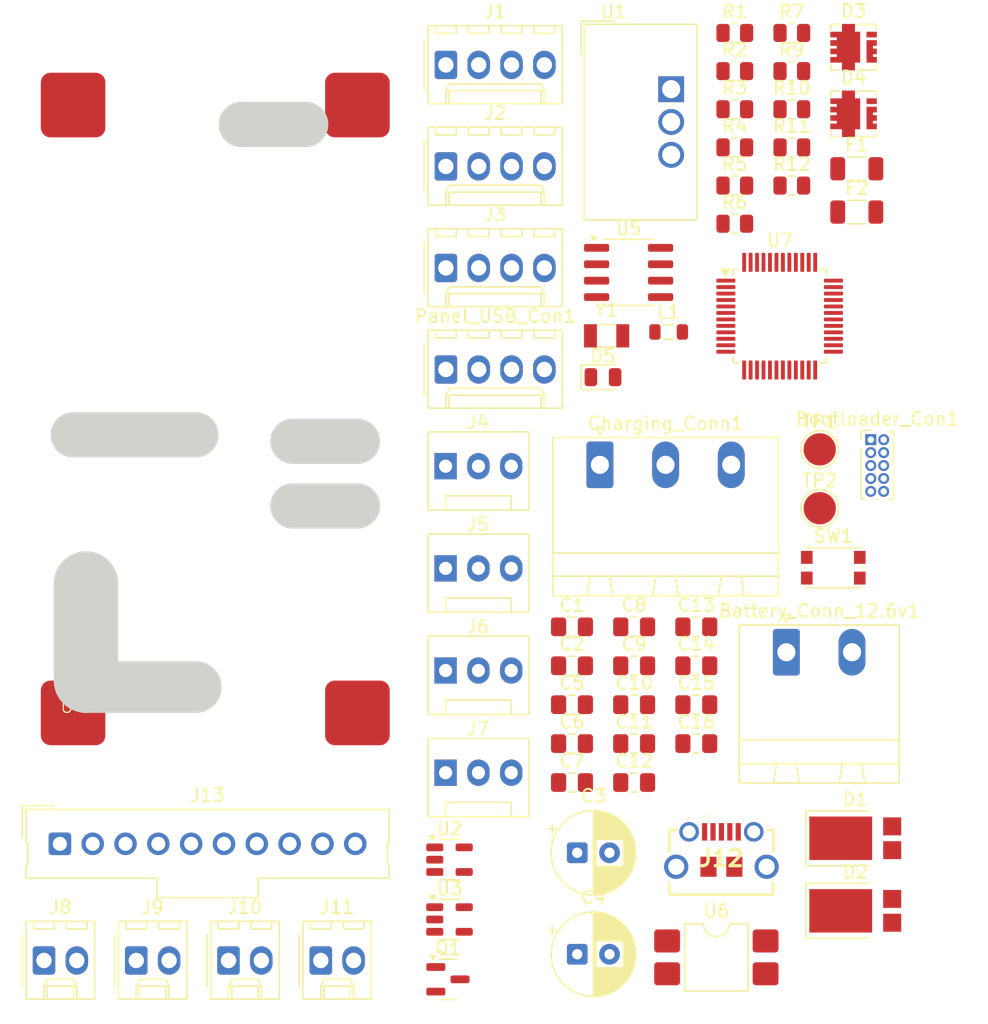
<source format=kicad_pcb>
(kicad_pcb (version 20241229) (generator "pcbnew") (generator_version "9.0")
  (layers (0 "F.Cu" signal) (2 "B.Cu" signal) (13 "F.Paste" user) (15 "B.Paste" user) (5 "F.SilkS" user "F.Silkscreen") (7 "B.SilkS" user "B.Silkscreen") (1 "F.Mask" user) (3 "B.Mask" user) (25 "Edge.Cuts" user))
  (net 0 "")
  (net 1 "OSC2")
  (net 2 "OSC1")
  (net 3 "SWDIO")
  (net 4 "SWCLK")
  (net 5 "Reset")
  (net 6 "SDA")
  (net 7 "SCL")
  (net 8 "A0")
  (net 9 "A1")
  (net 10 "3.3V_D")
  (net 41 "+BATT Charge")
  (net 42 "Net-(Battery_Conn_12.6v1-Pin_1)")
  (net 43 "Net-(Charging_Conn1-Pin_2)")
  (net 45 "+24V")
  (net 46 "GND")
  (net 47 "+5V")
  (net 48 "Net-(R6-Pad2)")
  (net 50 "13V")
  (net 51 "3.3V_M")
  (net 52 "Net-(U7-VDDANA)")
  (net 53 "Net-(U7-VDDCORE)")
  (net 54 "Net-(U5-FILTER)")
  (net 55 "Net-(D1-A)")
  (net 60 "Net-(Panel_USB_Con1-Pin_4)")
  (net 66 "USB2")
  (net 67 "USB1")
  (net 68 "Net-(R3-Pad1)")
  (net 69 "Net-(R4-Pad2)")
  (net 86 "LED_PIN13")
  (net 88 "PIN0")
  (net 91 "PIN1")
  (net 92 "PIN10")
  (net 94 "PIN9")
  (net 95 "PIN8")
  (net 96 "PIN11")
  (net 97 "PIN4")
  (net 98 "PIN2")
  (net 99 "PIN3")
  (net 100 "PIN6")
  (net 101 "PIN12")
  (net 103 "Net-(J12-VBUS)")
  (net 104 "Net-(D5-K)")
  (net 105 "Net-(Q1-D)")
  (net 106 "A4")
  (net 107 "A5")
  (net 108 "A3")
  (net 109 "PIN5")
  (net 110 "PIN7")
  (net 111 "A2")
  (footprint "Connector_Molex:Molex_KK-254_AE-6410-04A_1x04_P2.54mm_Vertical" (layer "F.Cu") (at 137.963 73.67)
    (property "Reference" "J1" (at 3.81 -4.12 0) (layer "F.SilkS"))
    (property "Value" "Conn_01x04")
    (pad "1" thru_hole roundrect (at 0 0) (size 1.74 2.19) (drill 1.19) (layers "*.Cu" "*.Mask") (roundrect_rratio 0.143678))
    (pad "2" thru_hole oval (at 2.54 0) (size 1.74 2.19) (drill 1.19) (layers "*.Cu" "*.Mask"))
    (pad "3" thru_hole oval (at 5.08 0) (size 1.74 2.19) (drill 1.19) (layers "*.Cu" "*.Mask"))
    (pad "4" thru_hole oval (at 7.62 0) (size 1.74 2.19) (drill 1.19) (layers "*.Cu" "*.Mask"))
  )
  (footprint "Diode_SMD:D_PowerDI-5" (layer "F.Cu") (at 169.638 139.08)
    (property "Reference" "D2" (at 0 -3 0) (layer "F.SilkS"))
    (property "Value" "D")
    (pad "1" smd rect (at -1.12 0 180) (size 4.86 3.36) (layers "F.Cu" "F.Mask" "F.Paste") (net 41 "+BATT Charge"))
    (pad "2" smd rect (at 2.862 -0.92 180) (size 1.4 1.39) (layers "F.Cu" "F.Mask" "F.Paste") (net 55 "Net-(D1-A)"))
    (pad "2" smd rect (at 2.862 0.92 180) (size 1.4 1.39) (layers "F.Cu" "F.Mask" "F.Paste") (net 55 "Net-(D1-A)"))
  )
  (footprint "Connector_Molex:Molex_SL_171971-0010_1x10_P2.54mm_Vertical" (layer "F.Cu") (at 108.093 133.9)
    (property "Reference" "J13" (at 11.43 -3.75 0) (layer "F.SilkS"))
    (property "Value" "Conn_01x10_Socket")
    (pad "1" thru_hole roundrect (at 0 0) (size 1.74 1.74) (drill 1.09) (layers "*.Cu" "*.Mask") (roundrect_rratio 0.143678))
    (pad "2" thru_hole circle (at 2.54 0) (size 1.74 1.74) (drill 1.09) (layers "*.Cu" "*.Mask"))
    (pad "3" thru_hole circle (at 5.08 0) (size 1.74 1.74) (drill 1.09) (layers "*.Cu" "*.Mask"))
    (pad "4" thru_hole circle (at 7.62 0) (size 1.74 1.74) (drill 1.09) (layers "*.Cu" "*.Mask"))
    (pad "5" thru_hole circle (at 10.16 0) (size 1.74 1.74) (drill 1.09) (layers "*.Cu" "*.Mask"))
    (pad "6" thru_hole circle (at 12.7 0) (size 1.74 1.74) (drill 1.09) (layers "*.Cu" "*.Mask"))
    (pad "7" thru_hole circle (at 15.24 0) (size 1.74 1.74) (drill 1.09) (layers "*.Cu" "*.Mask"))
    (pad "8" thru_hole circle (at 17.78 0) (size 1.74 1.74) (drill 1.09) (layers "*.Cu" "*.Mask"))
    (pad "9" thru_hole circle (at 20.32 0) (size 1.74 1.74) (drill 1.09) (layers "*.Cu" "*.Mask"))
    (pad "10" thru_hole circle (at 22.86 0) (size 1.74 1.74) (drill 1.09) (layers "*.Cu" "*.Mask"))
  )
  (footprint "Capacitor_SMD:C_0805_2012Metric_Pad1.18x1.45mm_HandSolder" (layer "F.Cu") (at 147.723 126.15)
    (property "Reference" "C6" (at 0 -1.68 0) (layer "F.SilkS"))
    (property "Value" "22µF")
    (pad "1" smd roundrect (at -1.0375 0) (size 1.175 1.45) (layers "F.Cu" "F.Mask" "F.Paste") (roundrect_rratio 0.212766) (net 51 "3.3V_M"))
    (pad "2" smd roundrect (at 1.0375 0) (size 1.175 1.45) (layers "F.Cu" "F.Mask" "F.Paste") (roundrect_rratio 0.212766) (net 46 "GND"))
  )
  (footprint "Connector_Molex:Molex_KK-254_AE-6410-02A_1x02_P2.54mm_Vertical" (layer "F.Cu") (at 121.143 142.92)
    (property "Reference" "J10" (at 1.27 -4.12 0) (layer "F.SilkS"))
    (property "Value" "Conn_01x02")
    (pad "1" thru_hole roundrect (at 0 0) (size 1.74 2.19) (drill 1.19) (layers "*.Cu" "*.Mask") (roundrect_rratio 0.143678))
    (pad "2" thru_hole oval (at 2.54 0) (size 1.74 2.19) (drill 1.19) (layers "*.Cu" "*.Mask"))
  )
  (footprint "Diode_SMD:D_QFN_3.3x3.3mm_P0.65mm" (layer "F.Cu") (at 169.513 77.45)
    (property "Reference" "D4" (at 0 -2.8 0) (layer "F.SilkS"))
    (property "Value" "D")
    (pad "" smd rect (at 1.4 -0.975) (size 0.8 0.44) (layers "F.Cu" "F.Mask" "F.Paste"))
    (pad "1" smd custom (at -0.645 0) (size 0.5 0.5) (layers "F.Cu" "F.Mask" "F.Paste") (options (clearance outline) (anchor rect)) (primitives (gr_poly (pts (xy 0.755 -1.195) (xy 1.155 -1.195) (xy 1.155 1.195) (xy 0.755 1.195) (xy 0.755 1.8) (xy -0.255 1.8) (xy -0.255 1.195) (xy -1.155 1.195) (xy -1.155 0.755) (xy -0.655 0.755) (xy -0.655 0.545) (xy -1.155 0.545) (xy -1.155 0.105) (xy -0.655 0.105) (xy -0.655 -0.105) (xy -1.155 -0.105) (xy -1.155 -0.545) (xy -0.655 -0.545) (xy -0.655 -0.755) (xy -1.155 -0.755) (xy -1.155 -1.195) (xy -0.255 -1.195) (xy -0.255 -1.8) (xy 0.755 -1.8)) (width 0) (fill yes))))
    (pad "2" smd custom (at 1.4 0.325) (size 0.4 0.4) (layers "F.Cu" "F.Mask" "F.Paste") (options (clearance outline) (anchor rect)) (primitives (gr_poly (pts (xy 0.4 -0.43) (xy 0.1 -0.43) (xy 0.1 -0.22) (xy 0.4 -0.22) (xy 0.4 0.22) (xy 0.1 0.22) (xy 0.1 0.43) (xy 0.4 0.43) (xy 0.4 0.87) (xy -0.4 0.87) (xy -0.4 -0.87) (xy 0.4 -0.87)) (width 0) (fill yes))))
  )
  (footprint "Package_DIP:SMDIP-4_W7.62mm" (layer "F.Cu") (at 158.893 142.68)
    (property "Reference" "U6" (at 0 -3.6 0) (layer "F.SilkS"))
    (property "Value" "VO615A-1")
    (pad "1" smd roundrect (at -3.81 -1.27) (size 2 1.78) (layers "F.Cu" "F.Mask" "F.Paste") (roundrect_rratio 0.140449) (net 48 "Net-(R6-Pad2)"))
    (pad "2" smd roundrect (at -3.81 1.27) (size 2 1.78) (layers "F.Cu" "F.Mask" "F.Paste") (roundrect_rratio 0.140449) (net 46 "GND"))
    (pad "3" smd roundrect (at 3.81 1.27) (size 2 1.78) (layers "F.Cu" "F.Mask" "F.Paste") (roundrect_rratio 0.140449) (net 43 "Net-(Charging_Conn1-Pin_2)"))
    (pad "4" smd roundrect (at 3.81 -1.27) (size 2 1.78) (layers "F.Cu" "F.Mask" "F.Paste") (roundrect_rratio 0.140449) (net 68 "Net-(R3-Pad1)"))
  )
  (footprint "Capacitor_SMD:C_0805_2012Metric_Pad1.18x1.45mm_HandSolder" (layer "F.Cu") (at 147.723 129.16)
    (property "Reference" "C7" (at 0 -1.68 0) (layer "F.SilkS"))
    (property "Value" "22µF")
    (pad "1" smd roundrect (at -1.0375 0) (size 1.175 1.45) (layers "F.Cu" "F.Mask" "F.Paste") (roundrect_rratio 0.212766) (net 10 "3.3V_D"))
    (pad "2" smd roundrect (at 1.0375 0) (size 1.175 1.45) (layers "F.Cu" "F.Mask" "F.Paste") (roundrect_rratio 0.212766) (net 46 "GND"))
  )
  (footprint "Capacitor_SMD:C_0805_2012Metric_Pad1.18x1.45mm_HandSolder" (layer "F.Cu") (at 157.343 117.12)
    (property "Reference" "C13" (at 0 -1.68 0) (layer "F.SilkS"))
    (property "Value" "100nF")
    (pad "1" smd roundrect (at -1.0375 0) (size 1.175 1.45) (layers "F.Cu" "F.Mask" "F.Paste") (roundrect_rratio 0.212766) (net 52 "Net-(U7-VDDANA)"))
    (pad "2" smd roundrect (at 1.0375 0) (size 1.175 1.45) (layers "F.Cu" "F.Mask" "F.Paste") (roundrect_rratio 0.212766) (net 46 "GND"))
  )
  (footprint "Package_TO_SOT_SMD:SOT-23-5" (layer "F.Cu") (at 138.243 135.125)
    (property "Reference" "U2" (at 0 -2.4 0) (layer "F.SilkS"))
    (property "Value" "AP2112K-3.3")
    (pad "1" smd roundrect (at -1.1375 -0.95) (size 1.325 0.6) (layers "F.Cu" "F.Mask" "F.Paste") (net 47 "+5V"))
    (pad "2" smd roundrect (at -1.1375 0) (size 1.325 0.6) (layers "F.Cu" "F.Mask" "F.Paste") (net 46 "GND"))
    (pad "3" smd roundrect (at -1.1375 0.95) (size 1.325 0.6) (layers "F.Cu" "F.Mask" "F.Paste") (net 47 "+5V"))
    (pad "4" smd roundrect (at 1.1375 0.95) (size 1.325 0.6) (layers "F.Cu" "F.Mask" "F.Paste"))
    (pad "5" smd roundrect (at 1.1375 -0.95) (size 1.325 0.6) (layers "F.Cu" "F.Mask" "F.Paste") (net 10 "3.3V_D"))
  )
  (footprint "Capacitor_SMD:C_0805_2012Metric_Pad1.18x1.45mm_HandSolder" (layer "F.Cu") (at 157.343 123.14)
    (property "Reference" "C15" (at 0 -1.68 0) (layer "F.SilkS"))
    (property "Value" "22pF")
    (pad "1" smd roundrect (at -1.0375 0) (size 1.175 1.45) (layers "F.Cu" "F.Mask" "F.Paste") (roundrect_rratio 0.212766) (net 2 "OSC1"))
    (pad "2" smd roundrect (at 1.0375 0) (size 1.175 1.45) (layers "F.Cu" "F.Mask" "F.Paste") (roundrect_rratio 0.212766) (net 46 "GND"))
  )
  (footprint "Resistor_SMD:R_0805_2012Metric" (layer "F.Cu") (at 160.323 83)
    (property "Reference" "R5" (at 0 -1.65 0) (layer "F.SilkS"))
    (property "Value" "22k")
    (pad "1" smd roundrect (at -0.9125 0) (size 1.025 1.4) (layers "F.Cu" "F.Mask" "F.Paste") (roundrect_rratio 0.243902) (net 69 "Net-(R4-Pad2)"))
    (pad "2" smd roundrect (at 0.9125 0) (size 1.025 1.4) (layers "F.Cu" "F.Mask" "F.Paste") (roundrect_rratio 0.243902) (net 46 "GND"))
  )
  (footprint "Converter_DCDC:Converter_DCDC_TRACO_TSR2-24xxN_TSR2-24xxxN_THT" (layer "F.Cu") (at 155.398 75.545)
    (property "Reference" "U1" (at -4.46 -6 0) (layer "F.SilkS"))
    (property "Value" "TSR3-2450N")
    (pad "1" thru_hole rect (at 0 0) (size 2 2) (drill 1.4) (layers "*.Cu" "*.Mask") (net 42 "Net-(Battery_Conn_12.6v1-Pin_1)"))
    (pad "2" thru_hole circle (at 0 2.54) (size 2 2) (drill 1.4) (layers "*.Cu" "*.Mask") (net 46 "GND"))
    (pad "3" thru_hole circle (at 0 5.08) (size 2 2) (drill 1.4) (layers "*.Cu" "*.Mask") (net 47 "+5V"))
  )
  (footprint "Capacitor_SMD:C_1206_3216Metric" (layer "F.Cu") (at 169.763 85.05)
    (property "Reference" "F2" (at 0 -1.85 0) (layer "F.SilkS"))
    (property "Value" "Polyfuse")
    (pad "1" smd roundrect (at -1.475 0) (size 1.15 1.8) (layers "F.Cu" "F.Mask" "F.Paste") (roundrect_rratio 0.217391) (net 103 "Net-(J12-VBUS)"))
    (pad "2" smd roundrect (at 1.475 0) (size 1.15 1.8) (layers "F.Cu" "F.Mask" "F.Paste") (roundrect_rratio 0.217391) (net 47 "+5V"))
  )
  (footprint "Capacitor_SMD:C_0805_2012Metric_Pad1.18x1.45mm_HandSolder" (layer "F.Cu") (at 152.533 117.12)
    (property "Reference" "C8" (at 0 -1.68 0) (layer "F.SilkS"))
    (property "Value" "22µF")
    (pad "1" smd roundrect (at -1.0375 0) (size 1.175 1.45) (layers "F.Cu" "F.Mask" "F.Paste") (roundrect_rratio 0.212766) (net 51 "3.3V_M"))
    (pad "2" smd roundrect (at 1.0375 0) (size 1.175 1.45) (layers "F.Cu" "F.Mask" "F.Paste") (roundrect_rratio 0.212766) (net 46 "GND"))
  )
  (footprint "Resistor_SMD:R_0805_2012Metric" (layer "F.Cu") (at 164.733 83)
    (property "Reference" "R12" (at 0 -1.65 0) (layer "F.SilkS"))
    (property "Value" "1k")
    (pad "1" smd roundrect (at -0.9125 0) (size 1.025 1.4) (layers "F.Cu" "F.Mask" "F.Paste") (roundrect_rratio 0.243902) (net 105 "Net-(Q1-D)"))
    (pad "2" smd roundrect (at 0.9125 0) (size 1.025 1.4) (layers "F.Cu" "F.Mask" "F.Paste") (roundrect_rratio 0.243902) (net 104 "Net-(D5-K)"))
  )
  (footprint "Resistor_SMD:R_0805_2012Metric" (layer "F.Cu") (at 160.323 85.95)
    (property "Reference" "R6" (at 0 -1.65 0) (layer "F.SilkS"))
    (property "Value" "1k")
    (pad "1" smd roundrect (at -0.9125 0) (size 1.025 1.4) (layers "F.Cu" "F.Mask" "F.Paste") (roundrect_rratio 0.243902) (net 91 "PIN1"))
    (pad "2" smd roundrect (at 0.9125 0) (size 1.025 1.4) (layers "F.Cu" "F.Mask" "F.Paste") (roundrect_rratio 0.243902) (net 48 "Net-(R6-Pad2)"))
  )
  (footprint "Resistor_SMD:R_0805_2012Metric" (layer "F.Cu") (at 160.323 80.05)
    (property "Reference" "R4" (at 0 -1.65 0) (layer "F.SilkS"))
    (property "Value" "47k")
    (pad "1" smd roundrect (at -0.9125 0) (size 1.025 1.4) (layers "F.Cu" "F.Mask" "F.Paste") (roundrect_rratio 0.243902) (net 8 "A0"))
    (pad "2" smd roundrect (at 0.9125 0) (size 1.025 1.4) (layers "F.Cu" "F.Mask" "F.Paste") (roundrect_rratio 0.243902) (net 69 "Net-(R4-Pad2)"))
  )
  (footprint "Connector_Phoenix_MSTB:PhoenixContact_MSTBA_2,5_3-G-5,08_1x03_P5.08mm_Horizontal" (layer "F.Cu") (at 149.883 104.595)
    (property "Reference" "Charging_Conn1" (at 5.08 -3.2 0) (layer "F.SilkS"))
    (property "Value" "Conn_01x03_Pin")
    (pad "1" thru_hole roundrect (at 0 0) (size 2.08 3.6) (drill 1.4) (layers "*.Cu" "*.Mask") (roundrect_rratio 0.120192) (net 46 "GND"))
    (pad "2" thru_hole oval (at 5.08 0) (size 2.08 3.6) (drill 1.4) (layers "*.Cu" "*.Mask") (net 43 "Net-(Charging_Conn1-Pin_2)"))
    (pad "3" thru_hole oval (at 10.16 0) (size 2.08 3.6) (drill 1.4) (layers "*.Cu" "*.Mask") (net 41 "+BATT Charge"))
  )
  (footprint "Capacitor_SMD:C_1206_3216Metric" (layer "F.Cu") (at 169.763 81.7)
    (property "Reference" "F1" (at 0 -1.85 0) (layer "F.SilkS"))
    (property "Value" "Polyfuse")
    (pad "1" smd roundrect (at -1.475 0) (size 1.15 1.8) (layers "F.Cu" "F.Mask" "F.Paste") (roundrect_rratio 0.217391) (net 60 "Net-(Panel_USB_Con1-Pin_4)"))
    (pad "2" smd roundrect (at 1.475 0) (size 1.15 1.8) (layers "F.Cu" "F.Mask" "F.Paste") (roundrect_rratio 0.217391) (net 47 "+5V"))
  )
  (footprint "Diode_SMD:D_QFN_3.3x3.3mm_P0.65mm" (layer "F.Cu") (at 169.513 72.3)
    (property "Reference" "D3" (at 0 -2.8 0) (layer "F.SilkS"))
    (property "Value" "D")
    (pad "" smd rect (at 1.4 -0.975) (size 0.8 0.44) (layers "F.Cu" "F.Mask" "F.Paste"))
    (pad "1" smd custom (at -0.645 0) (size 0.5 0.5) (layers "F.Cu" "F.Mask" "F.Paste") (options (clearance outline) (anchor rect)) (primitives (gr_poly (pts (xy 0.755 -1.195) (xy 1.155 -1.195) (xy 1.155 1.195) (xy 0.755 1.195) (xy 0.755 1.8) (xy -0.255 1.8) (xy -0.255 1.195) (xy -1.155 1.195) (xy -1.155 0.755) (xy -0.655 0.755) (xy -0.655 0.545) (xy -1.155 0.545) (xy -1.155 0.105) (xy -0.655 0.105) (xy -0.655 -0.105) (xy -1.155 -0.105) (xy -1.155 -0.545) (xy -0.655 -0.545) (xy -0.655 -0.755) (xy -1.155 -0.755) (xy -1.155 -1.195) (xy -0.255 -1.195) (xy -0.255 -1.8) (xy 0.755 -1.8)) (width 0) (fill yes))))
    (pad "2" smd custom (at 1.4 0.325) (size 0.4 0.4) (layers "F.Cu" "F.Mask" "F.Paste") (options (clearance outline) (anchor rect)) (primitives (gr_poly (pts (xy 0.4 -0.43) (xy 0.1 -0.43) (xy 0.1 -0.22) (xy 0.4 -0.22) (xy 0.4 0.22) (xy 0.1 0.22) (xy 0.1 0.43) (xy 0.4 0.43) (xy 0.4 0.87) (xy -0.4 0.87) (xy -0.4 -0.87) (xy 0.4 -0.87)) (width 0) (fill yes))))
  )
  (footprint "Package_TO_SOT_SMD:SOT-23" (layer "F.Cu") (at 138.123 144.375)
    (property "Reference" "Q1" (at 0 -2.4 0) (layer "F.SilkS"))
    (property "Value" "2N7002H")
    (pad "1" smd roundrect (at -0.9375 -0.95) (size 1.475 0.6) (layers "F.Cu" "F.Mask" "F.Paste") (net 86 "LED_PIN13"))
    (pad "2" smd roundrect (at -0.9375 0.95) (size 1.475 0.6) (layers "F.Cu" "F.Mask" "F.Paste") (net 46 "GND"))
    (pad "3" smd roundrect (at 0.9375 0) (size 1.475 0.6) (layers "F.Cu" "F.Mask" "F.Paste") (net 105 "Net-(Q1-D)"))
  )
  (footprint "Capacitor_SMD:C_0805_2012Metric_Pad1.18x1.45mm_HandSolder" (layer "F.Cu") (at 152.533 126.15)
    (property "Reference" "C11" (at 0 -1.68 0) (layer "F.SilkS"))
    (property "Value" "100nF")
    (pad "1" smd roundrect (at -1.0375 0) (size 1.175 1.45) (layers "F.Cu" "F.Mask" "F.Paste") (roundrect_rratio 0.212766) (net 46 "GND"))
    (pad "2" smd roundrect (at 1.0375 0) (size 1.175 1.45) (layers "F.Cu" "F.Mask" "F.Paste") (roundrect_rratio 0.212766) (net 51 "3.3V_M"))
  )
  (footprint "Resistor_SMD:R_0805_2012Metric" (layer "F.Cu") (at 164.733 80.05)
    (property "Reference" "R11" (at 0 -1.65 0) (layer "F.SilkS"))
    (property "Value" "1k")
    (pad "1" smd roundrect (at -0.9125 0) (size 1.025 1.4) (layers "F.Cu" "F.Mask" "F.Paste") (roundrect_rratio 0.243902) (net 86 "LED_PIN13"))
    (pad "2" smd roundrect (at 0.9125 0) (size 1.025 1.4) (layers "F.Cu" "F.Mask" "F.Paste") (roundrect_rratio 0.243902) (net 46 "GND"))
  )
  (footprint "Capacitor_SMD:C_0805_2012Metric_Pad1.18x1.45mm_HandSolder" (layer "F.Cu") (at 147.723 123.14)
    (property "Reference" "C5" (at 0 -1.68 0) (layer "F.SilkS"))
    (property "Value" "22µF")
    (pad "1" smd roundrect (at -1.0375 0) (size 1.175 1.45) (layers "F.Cu" "F.Mask" "F.Paste") (roundrect_rratio 0.212766) (net 10 "3.3V_D"))
    (pad "2" smd roundrect (at 1.0375 0) (size 1.175 1.45) (layers "F.Cu" "F.Mask" "F.Paste") (roundrect_rratio 0.212766) (net 46 "GND"))
  )
  (footprint "Connector_Phoenix_MSTB:PhoenixContact_MSTBA_2,5_2-G-5,08_1x02_P5.08mm_Horizontal" (layer "F.Cu") (at 164.313 119.085)
    (property "Reference" "Battery_Conn_12.6v1" (at 2.54 -3.2 0) (layer "F.SilkS"))
    (property "Value" "Conn_01x02_Pin")
    (pad "1" thru_hole roundrect (at 0 0) (size 2.08 3.6) (drill 1.4) (layers "*.Cu" "*.Mask") (roundrect_rratio 0.120192) (net 42 "Net-(Battery_Conn_12.6v1-Pin_1)"))
    (pad "2" thru_hole oval (at 5.08 0) (size 2.08 3.6) (drill 1.4) (layers "*.Cu" "*.Mask") (net 46 "GND"))
  )
  (footprint "Inductor_SMD:L_0805_2012Metric" (layer "F.Cu") (at 155.203 94.32)
    (property "Reference" "L1" (at 0 -1.55 0) (layer "F.SilkS"))
    (property "Value" "10μH")
    (pad "1" smd roundrect (at -1.0625 0) (size 0.875 1.2) (layers "F.Cu" "F.Mask" "F.Paste") (net 51 "3.3V_M"))
    (pad "2" smd roundrect (at 1.0625 0) (size 0.875 1.2) (layers "F.Cu" "F.Mask" "F.Paste") (net 52 "Net-(U7-VDDANA)"))
  )
  (footprint "Package_QFP:TQFP-48_7x7mm_P0.5mm" (layer "F.Cu") (at 163.793 93.1)
    (property "Reference" "U7" (at 0 -5.85 0) (layer "F.SilkS"))
    (property "Value" "ATSAMD21G15B-A")
    (pad "1" smd roundrect (at -4.1625 -2.75) (size 1.475 0.3) (layers "F.Cu" "F.Mask" "F.Paste") (net 2 "OSC1"))
    (pad "2" smd roundrect (at -4.1625 -2.25) (size 1.475 0.3) (layers "F.Cu" "F.Mask" "F.Paste") (net 1 "OSC2"))
    (pad "3" smd roundrect (at -4.1625 -1.75) (size 1.475 0.3) (layers "F.Cu" "F.Mask" "F.Paste") (net 8 "A0"))
    (pad "4" smd roundrect (at -4.1625 -1.25) (size 1.475 0.3) (layers "F.Cu" "F.Mask" "F.Paste"))
    (pad "5" smd roundrect (at -4.1625 -0.75) (size 1.475 0.3) (layers "F.Cu" "F.Mask" "F.Paste") (net 46 "GND"))
    (pad "6" smd roundrect (at -4.1625 -0.25) (size 1.475 0.3) (layers "F.Cu" "F.Mask" "F.Paste") (net 52 "Net-(U7-VDDANA)"))
    (pad "7" smd roundrect (at -4.1625 0.25) (size 1.475 0.3) (layers "F.Cu" "F.Mask" "F.Paste") (net 9 "A1"))
    (pad "8" smd roundrect (at -4.1625 0.75) (size 1.475 0.3) (layers "F.Cu" "F.Mask" "F.Paste") (net 111 "A2"))
    (pad "9" smd roundrect (at -4.1625 1.25) (size 1.475 0.3) (layers "F.Cu" "F.Mask" "F.Paste") (net 108 "A3"))
    (pad "10" smd roundrect (at -4.1625 1.75) (size 1.475 0.3) (layers "F.Cu" "F.Mask" "F.Paste") (net 106 "A4"))
    (pad "11" smd roundrect (at -4.1625 2.25) (size 1.475 0.3) (layers "F.Cu" "F.Mask" "F.Paste") (net 95 "PIN8"))
    (pad "12" smd roundrect (at -4.1625 2.75) (size 1.475 0.3) (layers "F.Cu" "F.Mask" "F.Paste") (net 94 "PIN9"))
    (pad "13" smd roundrect (at -2.75 4.1625) (size 0.3 1.475) (layers "F.Cu" "F.Mask" "F.Paste") (net 97 "PIN4"))
    (pad "14" smd roundrect (at -2.25 4.1625) (size 0.3 1.475) (layers "F.Cu" "F.Mask" "F.Paste") (net 99 "PIN3"))
    (pad "15" smd roundrect (at -1.75 4.1625) (size 0.3 1.475) (layers "F.Cu" "F.Mask" "F.Paste") (net 91 "PIN1"))
    (pad "16" smd roundrect (at -1.25 4.1625) (size 0.3 1.475) (layers "F.Cu" "F.Mask" "F.Paste") (net 88 "PIN0"))
    (pad "17" smd roundrect (at -0.75 4.1625) (size 0.3 1.475) (layers "F.Cu" "F.Mask" "F.Paste") (net 51 "3.3V_M"))
    (pad "18" smd roundrect (at -0.25 4.1625) (size 0.3 1.475) (layers "F.Cu" "F.Mask" "F.Paste") (net 46 "GND"))
    (pad "19" smd roundrect (at 0.25 4.1625) (size 0.3 1.475) (layers "F.Cu" "F.Mask" "F.Paste"))
    (pad "20" smd roundrect (at 0.75 4.1625) (size 0.3 1.475) (layers "F.Cu" "F.Mask" "F.Paste"))
    (pad "21" smd roundrect (at 1.25 4.1625) (size 0.3 1.475) (layers "F.Cu" "F.Mask" "F.Paste"))
    (pad "22" smd roundrect (at 1.75 4.1625) (size 0.3 1.475) (layers "F.Cu" "F.Mask" "F.Paste"))
    (pad "23" smd roundrect (at 2.25 4.1625) (size 0.3 1.475) (layers "F.Cu" "F.Mask" "F.Paste") (net 98 "PIN2"))
    (pad "24" smd roundrect (at 2.75 4.1625) (size 0.3 1.475) (layers "F.Cu" "F.Mask" "F.Paste") (net 109 "PIN5"))
    (pad "25" smd roundrect (at 4.1625 2.75) (size 1.475 0.3) (layers "F.Cu" "F.Mask" "F.Paste") (net 96 "PIN11"))
    (pad "26" smd roundrect (at 4.1625 2.25) (size 1.475 0.3) (layers "F.Cu" "F.Mask" "F.Paste") (net 86 "LED_PIN13"))
    (pad "27" smd roundrect (at 4.1625 1.75) (size 1.475 0.3) (layers "F.Cu" "F.Mask" "F.Paste") (net 92 "PIN10"))
    (pad "28" smd roundrect (at 4.1625 1.25) (size 1.475 0.3) (layers "F.Cu" "F.Mask" "F.Paste") (net 101 "PIN12"))
    (pad "29" smd roundrect (at 4.1625 0.75) (size 1.475 0.3) (layers "F.Cu" "F.Mask" "F.Paste") (net 100 "PIN6"))
    (pad "30" smd roundrect (at 4.1625 0.25) (size 1.475 0.3) (layers "F.Cu" "F.Mask" "F.Paste") (net 110 "PIN7"))
    (pad "31" smd roundrect (at 4.1625 -0.25) (size 1.475 0.3) (layers "F.Cu" "F.Mask" "F.Paste") (net 6 "SDA"))
    (pad "32" smd roundrect (at 4.1625 -0.75) (size 1.475 0.3) (layers "F.Cu" "F.Mask" "F.Paste") (net 7 "SCL"))
    (pad "33" smd roundrect (at 4.1625 -1.25) (size 1.475 0.3) (layers "F.Cu" "F.Mask" "F.Paste") (net 67 "USB1"))
    (pad "34" smd roundrect (at 4.1625 -1.75) (size 1.475 0.3) (layers "F.Cu" "F.Mask" "F.Paste") (net 66 "USB2"))
    (pad "35" smd roundrect (at 4.1625 -2.25) (size 1.475 0.3) (layers "F.Cu" "F.Mask" "F.Paste") (net 46 "GND"))
    (pad "36" smd roundrect (at 4.1625 -2.75) (size 1.475 0.3) (layers "F.Cu" "F.Mask" "F.Paste") (net 51 "3.3V_M"))
    (pad "37" smd roundrect (at 2.75 -4.1625) (size 0.3 1.475) (layers "F.Cu" "F.Mask" "F.Paste"))
    (pad "38" smd roundrect (at 2.25 -4.1625) (size 0.3 1.475) (layers "F.Cu" "F.Mask" "F.Paste"))
    (pad "39" smd roundrect (at 1.75 -4.1625) (size 0.3 1.475) (layers "F.Cu" "F.Mask" "F.Paste"))
    (pad "40" smd roundrect (at 1.25 -4.1625) (size 0.3 1.475) (layers "F.Cu" "F.Mask" "F.Paste") (net 5 "Reset"))
    (pad "41" smd roundrect (at 0.75 -4.1625) (size 0.3 1.475) (layers "F.Cu" "F.Mask" "F.Paste"))
    (pad "42" smd roundrect (at 0.25 -4.1625) (size 0.3 1.475) (layers "F.Cu" "F.Mask" "F.Paste") (net 46 "GND"))
    (pad "43" smd roundrect (at -0.25 -4.1625) (size 0.3 1.475) (layers "F.Cu" "F.Mask" "F.Paste") (net 53 "Net-(U7-VDDCORE)"))
    (pad "44" smd roundrect (at -0.75 -4.1625) (size 0.3 1.475) (layers "F.Cu" "F.Mask" "F.Paste") (net 51 "3.3V_M"))
    (pad "45" smd roundrect (at -1.25 -4.1625) (size 0.3 1.475) (layers "F.Cu" "F.Mask" "F.Paste") (net 4 "SWCLK"))
    (pad "46" smd roundrect (at -1.75 -4.1625) (size 0.3 1.475) (layers "F.Cu" "F.Mask" "F.Paste") (net 3 "SWDIO"))
    (pad "47" smd roundrect (at -2.25 -4.1625) (size 0.3 1.475) (layers "F.Cu" "F.Mask" "F.Paste") (net 107 "A5"))
    (pad "48" smd roundrect (at -2.75 -4.1625) (size 0.3 1.475) (layers "F.Cu" "F.Mask" "F.Paste"))
  )
  (footprint "Capacitor_SMD:C_0805_2012Metric_Pad1.18x1.45mm_HandSolder" (layer "F.Cu") (at 147.723 120.13)
    (property "Reference" "C2" (at 0 -1.68 0) (layer "F.SilkS"))
    (property "Value" "1mF")
    (pad "1" smd roundrect (at -1.0375 0) (size 1.175 1.45) (layers "F.Cu" "F.Mask" "F.Paste") (roundrect_rratio 0.212766) (net 47 "+5V"))
    (pad "2" smd roundrect (at 1.0375 0) (size 1.175 1.45) (layers "F.Cu" "F.Mask" "F.Paste") (roundrect_rratio 0.212766) (net 46 "GND"))
  )
  (footprint "LED_SMD:LED_0805_2012Metric" (layer "F.Cu") (at 150.123 97.815)
    (property "Reference" "D5" (at 0 -1.65 0) (layer "F.SilkS"))
    (property "Value" "LED")
    (pad "1" smd roundrect (at -0.9375 0) (size 0.975 1.4) (layers "F.Cu" "F.Mask" "F.Paste") (net 104 "Net-(D5-K)"))
    (pad "2" smd roundrect (at 0.9375 0) (size 0.975 1.4) (layers "F.Cu" "F.Mask" "F.Paste") (net 51 "3.3V_M"))
  )
  (footprint "Resistor_SMD:R_0805_2012Metric" (layer "F.Cu") (at 164.733 74.15)
    (property "Reference" "R9" (at 0 -1.65 0) (layer "F.SilkS"))
    (property "Value" "4.7k")
    (pad "1" smd roundrect (at -0.9125 0) (size 1.025 1.4) (layers "F.Cu" "F.Mask" "F.Paste") (roundrect_rratio 0.243902) (net 51 "3.3V_M"))
    (pad "2" smd roundrect (at 0.9125 0) (size 1.025 1.4) (layers "F.Cu" "F.Mask" "F.Paste") (roundrect_rratio 0.243902) (net 7 "SCL"))
  )
  (footprint "Capacitor_THT:CP_Radial_D6.3mm_P2.50mm" (layer "F.Cu") (at 148.128241 142.44)
    (property "Reference" "C4" (at 1.25 -4.4 0) (layer "F.SilkS"))
    (property "Value" "220 μF")
    (pad "1" thru_hole roundrect (at 0 0) (size 1.6 1.6) (drill 0.8) (layers "*.Cu" "*.Mask") (roundrect_rratio 0.15625) (net 47 "+5V"))
    (pad "2" thru_hole circle (at 2.5 0) (size 1.6 1.6) (drill 0.8) (layers "*.Cu" "*.Mask") (net 46 "GND"))
  )
  (footprint "Capacitor_SMD:C_0805_2012Metric_Pad1.18x1.45mm_HandSolder" (layer "F.Cu") (at 157.343 120.13)
    (property "Reference" "C14" (at 0 -1.68 0) (layer "F.SilkS"))
    (property "Value" "1µF")
    (pad "1" smd roundrect (at -1.0375 0) (size 1.175 1.45) (layers "F.Cu" "F.Mask" "F.Paste") (roundrect_rratio 0.212766) (net 46 "GND"))
    (pad "2" smd roundrect (at 1.0375 0) (size 1.175 1.45) (layers "F.Cu" "F.Mask" "F.Paste") (roundrect_rratio 0.212766) (net 53 "Net-(U7-VDDCORE)"))
  )
  (footprint "Crystal:Crystal_SMD_3215-2Pin_3.2x1.5mm" (layer "F.Cu") (at 150.403 94.62)
    (property "Reference" "Y1" (at 0 -2 0) (layer "F.SilkS"))
    (property "Value" "Crystal")
    (pad "1" smd rect (at 1.25 0) (size 1 1.8) (layers "F.Cu" "F.Mask" "F.Paste") (net 2 "OSC1"))
    (pad "2" smd rect (at -1.25 0) (size 1 1.8) (layers "F.Cu" "F.Mask" "F.Paste") (net 1 "OSC2"))
  )
  (footprint "Package_SO:SOIC-8_3.9x4.9mm_P1.27mm" (layer "F.Cu") (at 152.103 89.72)
    (property "Reference" "U5" (at 0 -3.4 0) (layer "F.SilkS"))
    (property "Value" "ACS712xLCTR-05B")
    (pad "1" smd roundrect (at -2.475 -1.905) (size 1.95 0.6) (layers "F.Cu" "F.Mask" "F.Paste") (net 50 "13V"))
    (pad "2" smd roundrect (at -2.475 -0.635) (size 1.95 0.6) (layers "F.Cu" "F.Mask" "F.Paste") (net 50 "13V"))
    (pad "3" smd roundrect (at -2.475 0.635) (size 1.95 0.6) (layers "F.Cu" "F.Mask" "F.Paste") (net 55 "Net-(D1-A)"))
    (pad "4" smd roundrect (at -2.475 1.905) (size 1.95 0.6) (layers "F.Cu" "F.Mask" "F.Paste") (net 55 "Net-(D1-A)"))
    (pad "5" smd roundrect (at 2.475 1.905) (size 1.95 0.6) (layers "F.Cu" "F.Mask" "F.Paste") (net 46 "GND"))
    (pad "6" smd roundrect (at 2.475 0.635) (size 1.95 0.6) (layers "F.Cu" "F.Mask" "F.Paste") (net 54 "Net-(U5-FILTER)"))
    (pad "7" smd roundrect (at 2.475 -0.635) (size 1.95 0.6) (layers "F.Cu" "F.Mask" "F.Paste") (net 9 "A1"))
    (pad "8" smd roundrect (at 2.475 -1.905) (size 1.95 0.6) (layers "F.Cu" "F.Mask" "F.Paste") (net 47 "+5V"))
  )
  (footprint "Capacitor_SMD:C_0805_2012Metric_Pad1.18x1.45mm_HandSolder" (layer "F.Cu") (at 157.343 126.15)
    (property "Reference" "C16" (at 0 -1.68 0) (layer "F.SilkS"))
    (property "Value" "22pF")
    (pad "1" smd roundrect (at -1.0375 0) (size 1.175 1.45) (layers "F.Cu" "F.Mask" "F.Paste") (roundrect_rratio 0.212766) (net 1 "OSC2"))
    (pad "2" smd roundrect (at 1.0375 0) (size 1.175 1.45) (layers "F.Cu" "F.Mask" "F.Paste") (roundrect_rratio 0.212766) (net 46 "GND"))
  )
  (footprint "Connector:FanPinHeader_1x03_P2.54mm_Vertical" (layer "F.Cu") (at 137.943 120.5)
    (property "Reference" "J6" (at 2.5 -3.4 0) (layer "F.SilkS"))
    (property "Value" "Conn_01x03")
    (pad "1" thru_hole rect (at 0 0 90) (size 2.03 1.73) (drill 1.02) (layers "*.Cu" "*.Mask"))
    (pad "2" thru_hole oval (at 2.54 0 90) (size 2.03 1.73) (drill 1.02) (layers "*.Cu" "*.Mask"))
    (pad "3" thru_hole oval (at 5.08 0 90) (size 2.03 1.73) (drill 1.02) (layers "*.Cu" "*.Mask"))
  )
  (footprint "Connector_Molex:Molex_KK-254_AE-6410-04A_1x04_P2.54mm_Vertical" (layer "F.Cu") (at 137.963 89.37)
    (property "Reference" "J3" (at 3.81 -4.12 0) (layer "F.SilkS"))
    (property "Value" "Conn_01x04")
    (pad "1" thru_hole roundrect (at 0 0) (size 1.74 2.19) (drill 1.19) (layers "*.Cu" "*.Mask") (roundrect_rratio 0.143678))
    (pad "2" thru_hole oval (at 2.54 0) (size 1.74 2.19) (drill 1.19) (layers "*.Cu" "*.Mask"))
    (pad "3" thru_hole oval (at 5.08 0) (size 1.74 2.19) (drill 1.19) (layers "*.Cu" "*.Mask"))
    (pad "4" thru_hole oval (at 7.62 0) (size 1.74 2.19) (drill 1.19) (layers "*.Cu" "*.Mask"))
  )
  (footprint "Connector_Molex:Molex_KK-254_AE-6410-02A_1x02_P2.54mm_Vertical" (layer "F.Cu") (at 114.003 142.92)
    (property "Reference" "J9" (at 1.27 -4.12 0) (layer "F.SilkS"))
    (property "Value" "Conn_01x02")
    (pad "1" thru_hole roundrect (at 0 0) (size 1.74 2.19) (drill 1.19) (layers "*.Cu" "*.Mask") (roundrect_rratio 0.143678))
    (pad "2" thru_hole oval (at 2.54 0) (size 1.74 2.19) (drill 1.19) (layers "*.Cu" "*.Mask"))
  )
  (footprint "Connector_Molex:Molex_KK-254_AE-6410-04A_1x04_P2.54mm_Vertical" (layer "F.Cu") (at 137.963 81.52)
    (property "Reference" "J2" (at 3.81 -4.12 0) (layer "F.SilkS"))
    (property "Value" "Conn_01x04")
    (pad "1" thru_hole roundrect (at 0 0) (size 1.74 2.19) (drill 1.19) (layers "*.Cu" "*.Mask") (roundrect_rratio 0.143678))
    (pad "2" thru_hole oval (at 2.54 0) (size 1.74 2.19) (drill 1.19) (layers "*.Cu" "*.Mask"))
    (pad "3" thru_hole oval (at 5.08 0) (size 1.74 2.19) (drill 1.19) (layers "*.Cu" "*.Mask"))
    (pad "4" thru_hole oval (at 7.62 0) (size 1.74 2.19) (drill 1.19) (layers "*.Cu" "*.Mask"))
  )
  (footprint "Resistor_SMD:R_0805_2012Metric" (layer "F.Cu") (at 160.323 71.2)
    (property "Reference" "R1" (at 0 -1.65 0) (layer "F.SilkS"))
    (property "Value" "10k")
    (pad "1" smd roundrect (at -0.9125 0) (size 1.025 1.4) (layers "F.Cu" "F.Mask" "F.Paste") (roundrect_rratio 0.243902) (net 45 "+24V"))
    (pad "2" smd roundrect (at 0.9125 0) (size 1.025 1.4) (layers "F.Cu" "F.Mask" "F.Paste") (roundrect_rratio 0.243902) (net 88 "PIN0"))
  )
  (footprint "Capacitor_SMD:C_0805_2012Metric_Pad1.18x1.45mm_HandSolder" (layer "F.Cu") (at 147.723 117.12)
    (property "Reference" "C1" (at 0 -1.68 0) (layer "F.SilkS"))
    (property "Value" "1mF")
    (pad "1" smd roundrect (at -1.0375 0) (size 1.175 1.45) (layers "F.Cu" "F.Mask" "F.Paste") (roundrect_rratio 0.212766) (net 47 "+5V"))
    (pad "2" smd roundrect (at 1.0375 0) (size 1.175 1.45) (layers "F.Cu" "F.Mask" "F.Paste") (roundrect_rratio 0.212766) (net 46 "GND"))
  )
  (footprint "Connector:FanPinHeader_1x03_P2.54mm_Vertical" (layer "F.Cu") (at 137.943 104.7)
    (property "Reference" "J4" (at 2.5 -3.4 0) (layer "F.SilkS"))
    (property "Value" "Conn_01x03")
    (pad "1" thru_hole rect (at 0 0 90) (size 2.03 1.73) (drill 1.02) (layers "*.Cu" "*.Mask"))
    (pad "2" thru_hole oval (at 2.54 0 90) (size 2.03 1.73) (drill 1.02) (layers "*.Cu" "*.Mask"))
    (pad "3" thru_hole oval (at 5.08 0 90) (size 2.03 1.73) (drill 1.02) (layers "*.Cu" "*.Mask"))
  )
  (footprint "Converter_DCDC:DC_DC_Mod" (layer "F.Cu") (at 109.118 123.775)
    (property "Reference" "U4" (at 0 -0.5 0) (layer "F.SilkS") (effects (font (thickness 0.1))))
    (property "Value" "~")
    (fp_line (start 0 -21.5) (end 9.5 -21.5) (stroke (width 3.5)) (layer "Edge.Cuts"))
    (fp_line (start 1 -2.5) (end 1 -10) (stroke (width 5)) (layer "Edge.Cuts"))
    (fp_line (start 1 -2) (end 9.5 -2) (stroke (width 4)) (layer "Edge.Cuts"))
    (fp_line (start 13 -45.5) (end 18 -45.5) (stroke (width 3.5)) (layer "Edge.Cuts"))
    (fp_line (start 17 -21) (end 22 -21) (stroke (width 3.5)) (layer "Edge.Cuts"))
    (fp_line (start 17 -16) (end 22 -16) (stroke (width 3.5)) (layer "Edge.Cuts"))
    (pad "1" smd roundrect (at 0 0) (size 5 5) (layers "F.Cu" "F.Mask" "F.Paste") (roundrect_rratio 0.15) (net 46 "GND"))
    (pad "2" smd roundrect (at 22 0) (size 5 5) (layers "F.Cu" "F.Mask" "F.Paste") (roundrect_rratio 0.15) (net 50 "13V"))
    (pad "3" smd roundrect (at 0 -47) (size 5 5) (layers "F.Cu" "F.Mask" "F.Paste") (roundrect_rratio 0.15) (net 46 "GND") (padstack (mode front_inner_back) (layer "Inner" (shape roundrect) (size 5 5) (roundrect_rratio 0.15)) (layer "B.Cu" (shape roundrect) (size 5 5) (roundrect_rratio 0.15))))
    (pad "4" smd roundrect (at 22 -47) (size 5 5) (layers "F.Cu" "F.Mask" "F.Paste") (roundrect_rratio 0.15) (net 45 "+24V"))
  )
  (footprint "Resistor_SMD:R_0805_2012Metric" (layer "F.Cu") (at 164.733 77.1)
    (property "Reference" "R10" (at 0 -1.65 0) (layer "F.SilkS"))
    (property "Value" "4.7k")
    (pad "1" smd roundrect (at -0.9125 0) (size 1.025 1.4) (layers "F.Cu" "F.Mask" "F.Paste") (roundrect_rratio 0.243902) (net 51 "3.3V_M"))
    (pad "2" smd roundrect (at 0.9125 0) (size 1.025 1.4) (layers "F.Cu" "F.Mask" "F.Paste") (roundrect_rratio 0.243902) (net 6 "SDA"))
  )
  (footprint "Resistor_SMD:R_0805_2012Metric" (layer "F.Cu") (at 160.323 74.15)
    (property "Reference" "R2" (at 0 -1.65 0) (layer "F.SilkS"))
    (property "Value" "1k")
    (pad "1" smd roundrect (at -0.9125 0) (size 1.025 1.4) (layers "F.Cu" "F.Mask" "F.Paste") (roundrect_rratio 0.243902) (net 88 "PIN0"))
    (pad "2" smd roundrect (at 0.9125 0) (size 1.025 1.4) (layers "F.Cu" "F.Mask" "F.Paste") (roundrect_rratio 0.243902) (net 46 "GND"))
  )
  (footprint "Capacitor_SMD:C_0805_2012Metric_Pad1.18x1.45mm_HandSolder" (layer "F.Cu") (at 152.533 129.16)
    (property "Reference" "C12" (at 0 -1.68 0) (layer "F.SilkS"))
    (property "Value" "100nF")
    (pad "1" smd roundrect (at -1.0375 0) (size 1.175 1.45) (layers "F.Cu" "F.Mask" "F.Paste") (roundrect_rratio 0.212766) (net 46 "GND"))
    (pad "2" smd roundrect (at 1.0375 0) (size 1.175 1.45) (layers "F.Cu" "F.Mask" "F.Paste") (roundrect_rratio 0.212766) (net 51 "3.3V_M"))
  )
  (footprint "Diode_SMD:D_PowerDI-5" (layer "F.Cu") (at 169.638 133.47)
    (property "Reference" "D1" (at 0 -3 0) (layer "F.SilkS"))
    (property "Value" "D")
    (pad "1" smd rect (at -1.12 0 180) (size 4.86 3.36) (layers "F.Cu" "F.Mask" "F.Paste") (net 41 "+BATT Charge"))
    (pad "2" smd rect (at 2.862 -0.92 180) (size 1.4 1.39) (layers "F.Cu" "F.Mask" "F.Paste") (net 55 "Net-(D1-A)"))
    (pad "2" smd rect (at 2.862 0.92 180) (size 1.4 1.39) (layers "F.Cu" "F.Mask" "F.Paste") (net 55 "Net-(D1-A)"))
  )
  (footprint "Connector_Molex:Molex_KK-254_AE-6410-02A_1x02_P2.54mm_Vertical" (layer "F.Cu") (at 106.863 142.92)
    (property "Reference" "J8" (at 1.27 -4.12 0) (layer "F.SilkS"))
    (property "Value" "Conn_01x02")
    (pad "1" thru_hole roundrect (at 0 0) (size 1.74 2.19) (drill 1.19) (layers "*.Cu" "*.Mask") (roundrect_rratio 0.143678))
    (pad "2" thru_hole oval (at 2.54 0) (size 1.74 2.19) (drill 1.19) (layers "*.Cu" "*.Mask"))
  )
  (footprint "TestPoint:TestPoint_Pad_D2.5mm" (layer "F.Cu") (at 166.893 107.95)
    (property "Reference" "TP2" (at 0 -2.148 0) (layer "F.SilkS"))
    (property "Value" "Batt_SensTestPoint")
    (pad "1" smd circle (at 0 0) (size 2.5 2.5) (layers "F.Cu" "F.Mask") (net 8 "A0"))
  )
  (footprint "Resistor_SMD:R_0805_2012Metric" (layer "F.Cu") (at 164.733 71.2)
    (property "Reference" "R7" (at 0 -1.65 0) (layer "F.SilkS"))
    (property "Value" "10k")
    (pad "1" smd roundrect (at -0.9125 0) (size 1.025 1.4) (layers "F.Cu" "F.Mask" "F.Paste") (roundrect_rratio 0.243902) (net 51 "3.3V_M"))
    (pad "2" smd roundrect (at 0.9125 0) (size 1.025 1.4) (layers "F.Cu" "F.Mask" "F.Paste") (roundrect_rratio 0.243902) (net 5 "Reset"))
  )
  (footprint "Package_TO_SOT_SMD:SOT-23-5" (layer "F.Cu") (at 138.243 139.75)
    (property "Reference" "U3" (at 0 -2.4 0) (layer "F.SilkS"))
    (property "Value" "AP2112K-3.3")
    (pad "1" smd roundrect (at -1.1375 -0.95) (size 1.325 0.6) (layers "F.Cu" "F.Mask" "F.Paste") (net 47 "+5V"))
    (pad "2" smd roundrect (at -1.1375 0) (size 1.325 0.6) (layers "F.Cu" "F.Mask" "F.Paste") (net 46 "GND"))
    (pad "3" smd roundrect (at -1.1375 0.95) (size 1.325 0.6) (layers "F.Cu" "F.Mask" "F.Paste") (net 47 "+5V"))
    (pad "4" smd roundrect (at 1.1375 0.95) (size 1.325 0.6) (layers "F.Cu" "F.Mask" "F.Paste"))
    (pad "5" smd roundrect (at 1.1375 -0.95) (size 1.325 0.6) (layers "F.Cu" "F.Mask" "F.Paste") (net 51 "3.3V_M"))
  )
  (footprint "Connector:FanPinHeader_1x03_P2.54mm_Vertical" (layer "F.Cu") (at 137.943 128.4)
    (property "Reference" "J7" (at 2.5 -3.4 0) (layer "F.SilkS"))
    (property "Value" "Conn_01x03")
    (pad "1" thru_hole rect (at 0 0 90) (size 2.03 1.73) (drill 1.02) (layers "*.Cu" "*.Mask"))
    (pad "2" thru_hole oval (at 2.54 0 90) (size 2.03 1.73) (drill 1.02) (layers "*.Cu" "*.Mask"))
    (pad "3" thru_hole oval (at 5.08 0 90) (size 2.03 1.73) (drill 1.02) (layers "*.Cu" "*.Mask"))
  )
  (footprint "Connector:FanPinHeader_1x03_P2.54mm_Vertical" (layer "F.Cu") (at 137.943 112.6)
    (property "Reference" "J5" (at 2.5 -3.4 0) (layer "F.SilkS"))
    (property "Value" "Conn_01x03")
    (pad "1" thru_hole rect (at 0 0 90) (size 2.03 1.73) (drill 1.02) (layers "*.Cu" "*.Mask"))
    (pad "2" thru_hole oval (at 2.54 0 90) (size 2.03 1.73) (drill 1.02) (layers "*.Cu" "*.Mask"))
    (pad "3" thru_hole oval (at 5.08 0 90) (size 2.03 1.73) (drill 1.02) (layers "*.Cu" "*.Mask"))
  )
  (footprint "Resistor_SMD:R_0805_2012Metric" (layer "F.Cu") (at 160.323 77.1)
    (property "Reference" "R3" (at 0 -1.65 0) (layer "F.SilkS"))
    (property "Value" "220k")
    (pad "1" smd roundrect (at -0.9125 0) (size 1.025 1.4) (layers "F.Cu" "F.Mask" "F.Paste") (roundrect_rratio 0.243902) (net 68 "Net-(R3-Pad1)"))
    (pad "2" smd roundrect (at 0.9125 0) (size 1.025 1.4) (layers "F.Cu" "F.Mask" "F.Paste") (roundrect_rratio 0.243902) (net 8 "A0"))
  )
  (footprint "Capacitor_SMD:C_0805_2012Metric_Pad1.18x1.45mm_HandSolder" (layer "F.Cu") (at 152.533 120.13)
    (property "Reference" "C9" (at 0 -1.68 0) (layer "F.SilkS"))
    (property "Value" "0.1 μF")
    (pad "1" smd roundrect (at -1.0375 0) (size 1.175 1.45) (layers "F.Cu" "F.Mask" "F.Paste") (roundrect_rratio 0.212766) (net 46 "GND"))
    (pad "2" smd roundrect (at 1.0375 0) (size 1.175 1.45) (layers "F.Cu" "F.Mask" "F.Paste") (roundrect_rratio 0.212766) (net 47 "+5V"))
  )
  (footprint "Capacitor_THT:CP_Radial_D6.3mm_P2.50mm" (layer "F.Cu") (at 148.128241 134.59)
    (property "Reference" "C3" (at 1.25 -4.4 0) (layer "F.SilkS"))
    (property "Value" "220 μF")
    (pad "1" thru_hole roundrect (at 0 0) (size 1.6 1.6) (drill 0.8) (layers "*.Cu" "*.Mask") (roundrect_rratio 0.15625) (net 47 "+5V"))
    (pad "2" thru_hole circle (at 2.5 0) (size 1.6 1.6) (drill 0.8) (layers "*.Cu" "*.Mask") (net 46 "GND"))
  )
  (footprint "Button_Switch_SMD:SW_Push_1P1T_NO_CK_KMR2" (layer "F.Cu") (at 167.943 112.55)
    (property "Reference" "SW1" (at 0 -2.45 0) (layer "F.SilkS"))
    (property "Value" "SW_Omron_B3FS")
    (pad "1" smd rect (at -2.05 -0.8) (size 0.9 1) (layers "F.Cu" "F.Mask" "F.Paste") (net 46 "GND"))
    (pad "1" smd rect (at 2.05 -0.8) (size 0.9 1) (layers "F.Cu" "F.Mask" "F.Paste") (net 46 "GND"))
    (pad "2" smd rect (at -2.05 0.8) (size 0.9 1) (layers "F.Cu" "F.Mask" "F.Paste") (net 5 "Reset"))
    (pad "2" smd rect (at 2.05 0.8) (size 0.9 1) (layers "F.Cu" "F.Mask" "F.Paste") (net 5 "Reset"))
  )
  (footprint "TestPoint:TestPoint_Pad_D2.5mm" (layer "F.Cu") (at 166.893 103.4)
    (property "Reference" "TP1" (at 0 -2.148 0) (layer "F.SilkS"))
    (property "Value" "+5V_TestPoint")
    (pad "1" smd circle (at 0 0) (size 2.5 2.5) (layers "F.Cu" "F.Mask") (net 47 "+5V"))
  )
  (footprint "Connector_Molex:Molex_KK-254_AE-6410-02A_1x02_P2.54mm_Vertical" (layer "F.Cu") (at 128.283 142.92)
    (property "Reference" "J11" (at 1.27 -4.12 0) (layer "F.SilkS"))
    (property "Value" "Conn_01x02")
    (pad "1" thru_hole roundrect (at 0 0) (size 1.74 2.19) (drill 1.19) (layers "*.Cu" "*.Mask") (roundrect_rratio 0.143678))
    (pad "2" thru_hole oval (at 2.54 0) (size 1.74 2.19) (drill 1.19) (layers "*.Cu" "*.Mask"))
  )
  (footprint "Connector_PinHeader_1.00mm:PinHeader_2x05_P1.00mm_Vertical" (layer "F.Cu") (at 170.843 102.65)
    (property "Reference" "Bootloader_Con1" (at 0.5 -1.61 0) (layer "F.SilkS"))
    (property "Value" "Conn_02x05_Odd_Even")
    (pad "1" thru_hole rect (at 0 0) (size 0.85 0.85) (drill 0.5) (layers "*.Cu" "*.Mask") (net 51 "3.3V_M"))
    (pad "2" thru_hole circle (at 1 0) (size 0.85 0.85) (drill 0.5) (layers "*.Cu" "*.Mask") (net 3 "SWDIO"))
    (pad "3" thru_hole circle (at 0 1) (size 0.85 0.85) (drill 0.5) (layers "*.Cu" "*.Mask") (net 46 "GND"))
    (pad "4" thru_hole circle (at 1 1) (size 0.85 0.85) (drill 0.5) (layers "*.Cu" "*.Mask") (net 4 "SWCLK"))
    (pad "5" thru_hole circle (at 0 2) (size 0.85 0.85) (drill 0.5) (layers "*.Cu" "*.Mask") (net 46 "GND"))
    (pad "6" thru_hole circle (at 1 2) (size 0.85 0.85) (drill 0.5) (layers "*.Cu" "*.Mask"))
    (pad "7" thru_hole circle (at 0 3) (size 0.85 0.85) (drill 0.5) (layers "*.Cu" "*.Mask"))
    (pad "8" thru_hole circle (at 1 3) (size 0.85 0.85) (drill 0.5) (layers "*.Cu" "*.Mask"))
    (pad "9" thru_hole circle (at 0 4) (size 0.85 0.85) (drill 0.5) (layers "*.Cu" "*.Mask") (net 46 "GND"))
    (pad "10" thru_hole circle (at 1 4) (size 0.85 0.85) (drill 0.5) (layers "*.Cu" "*.Mask") (net 5 "Reset"))
  )
  (footprint "Connector_Molex:Molex_KK-254_AE-6410-04A_1x04_P2.54mm_Vertical" (layer "F.Cu") (at 137.963 97.22)
    (property "Reference" "Panel_USB_Con1" (at 3.81 -4.12 0) (layer "F.SilkS"))
    (property "Value" "Conn_01x04")
    (pad "1" thru_hole roundrect (at 0 0) (size 1.74 2.19) (drill 1.19) (layers "*.Cu" "*.Mask") (roundrect_rratio 0.143678) (net 46 "GND"))
    (pad "2" thru_hole oval (at 2.54 0) (size 1.74 2.19) (drill 1.19) (layers "*.Cu" "*.Mask") (net 67 "USB1"))
    (pad "3" thru_hole oval (at 5.08 0) (size 1.74 2.19) (drill 1.19) (layers "*.Cu" "*.Mask") (net 66 "USB2"))
    (pad "4" thru_hole oval (at 7.62 0) (size 1.74 2.19) (drill 1.19) (layers "*.Cu" "*.Mask") (net 60 "Net-(Panel_USB_Con1-Pin_4)"))
  )
  (footprint "Capacitor_SMD:C_0805_2012Metric_Pad1.18x1.45mm_HandSolder" (layer "F.Cu") (at 152.533 123.14)
    (property "Reference" "C10" (at 0 -1.68 0) (layer "F.SilkS"))
    (property "Value" "1 nF")
    (pad "1" smd roundrect (at -1.0375 0) (size 1.175 1.45) (layers "F.Cu" "F.Mask" "F.Paste") (roundrect_rratio 0.212766) (net 54 "Net-(U5-FILTER)"))
    (pad "2" smd roundrect (at 1.0375 0) (size 1.175 1.45) (layers "F.Cu" "F.Mask" "F.Paste") (roundrect_rratio 0.212766) (net 46 "GND"))
  )
  (footprint "Connector_USB:101181940001LF" (layer "F.Cu") (at 159.286 135.322)
    (property "Reference" "J12" (at 0 -0.304 0) (layer "F.SilkS") (effects (font (size 1.27 1.27) (thickness 0.254))))
    (property "Value" "USB_B_Micro" (hide yes))
    (pad "1" smd rect (at -1.3 -2.35) (size 0.4 1.35) (layers "F.Cu" "F.Mask" "F.Paste") (net 103 "Net-(J12-VBUS)"))
    (pad "2" smd rect (at -0.65 -2.35) (size 0.4 1.35) (layers "F.Cu" "F.Mask" "F.Paste") (net 67 "USB1"))
    (pad "3" smd rect (at 0 -2.35) (size 0.4 1.35) (layers "F.Cu" "F.Mask" "F.Paste") (net 66 "USB2"))
    (pad "4" smd rect (at 0.65 -2.35) (size 0.4 1.35) (layers "F.Cu" "F.Mask" "F.Paste"))
    (pad "5" smd rect (at 1.3 -2.35) (size 0.4 1.35) (layers "F.Cu" "F.Mask" "F.Paste") (net 46 "GND"))
    (pad "MH1" thru_hole circle (at -2.5 -2.35) (size 1.515 1.515) (drill 1.01) (layers "*.Cu" "*.Mask"))
    (pad "MH2" thru_hole circle (at -3.5 0.35) (size 1.875 1.875) (drill 1.25) (layers "*.Cu" "*.Mask"))
    (pad "MH3" thru_hole circle (at 3.5 0.35) (size 1.875 1.875) (drill 1.25) (layers "*.Cu" "*.Mask"))
    (pad "MH4" thru_hole circle (at 2.5 -2.35) (size 1.515 1.515) (drill 1.01) (layers "*.Cu" "*.Mask"))
    (pad "MP1" smd rect (at -1 0.35) (size 1.25 1.55) (layers "F.Cu" "F.Mask" "F.Paste"))
    (pad "MP2" smd rect (at 1 0.35) (size 1.25 1.55) (layers "F.Cu" "F.Mask" "F.Paste"))
  )
)
</source>
